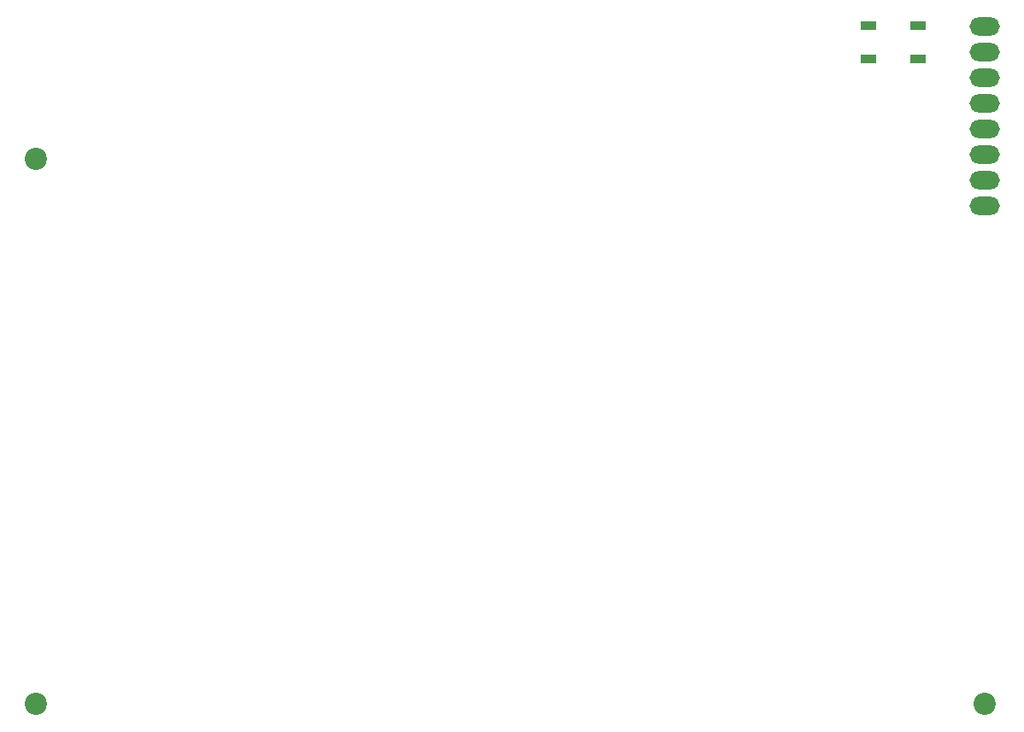
<source format=gbr>
%TF.GenerationSoftware,KiCad,Pcbnew,8.0.1*%
%TF.CreationDate,2024-03-30T14:47:10+03:00*%
%TF.ProjectId,AudMix,4175644d-6978-42e6-9b69-6361645f7063,rev?*%
%TF.SameCoordinates,Original*%
%TF.FileFunction,Soldermask,Top*%
%TF.FilePolarity,Negative*%
%FSLAX46Y46*%
G04 Gerber Fmt 4.6, Leading zero omitted, Abs format (unit mm)*
G04 Created by KiCad (PCBNEW 8.0.1) date 2024-03-30 14:47:10*
%MOMM*%
%LPD*%
G01*
G04 APERTURE LIST*
%ADD10O,3.000000X1.800000*%
%ADD11C,2.200000*%
%ADD12R,1.500000X0.900000*%
G04 APERTURE END LIST*
D10*
%TO.C,U1*%
X147000000Y-53420000D03*
X147000000Y-55960000D03*
X147000000Y-58500000D03*
X147000000Y-61040000D03*
X147000000Y-63580000D03*
X147000000Y-66120000D03*
X147000000Y-68660000D03*
X147000000Y-71200000D03*
%TD*%
D11*
%TO.C,REF\u002A\u002A*%
X53000000Y-66500000D03*
%TD*%
%TO.C,REF\u002A\u002A*%
X53000000Y-120500000D03*
%TD*%
%TO.C,REF\u002A\u002A*%
X147000000Y-120500000D03*
%TD*%
D12*
%TO.C,D2*%
X140437500Y-56625000D03*
X140437500Y-53325000D03*
X135537500Y-53325000D03*
X135537500Y-56625000D03*
%TD*%
M02*

</source>
